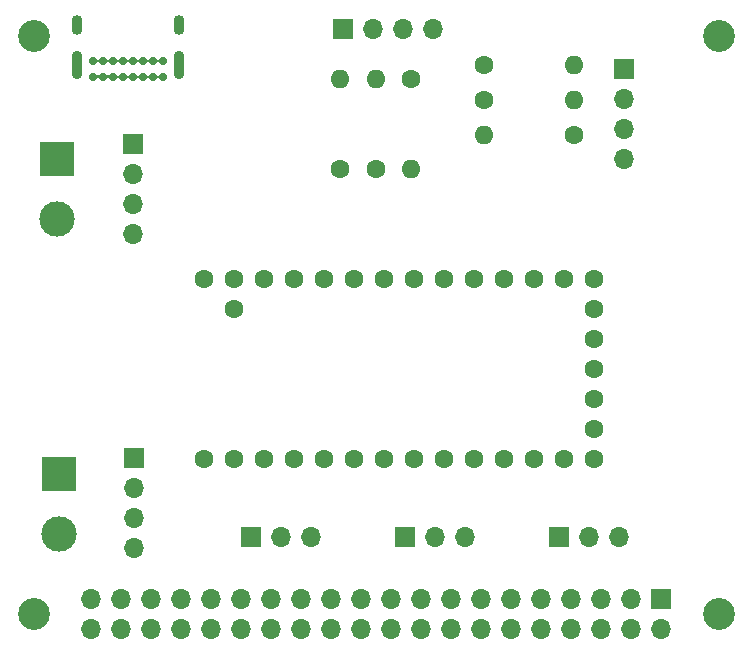
<source format=gbs>
G04 #@! TF.GenerationSoftware,KiCad,Pcbnew,(6.0.4)*
G04 #@! TF.CreationDate,2022-04-28T11:38:27-07:00*
G04 #@! TF.ProjectId,Lec18-PCB_kicad,4c656331-382d-4504-9342-5f6b69636164,rev?*
G04 #@! TF.SameCoordinates,Original*
G04 #@! TF.FileFunction,Soldermask,Bot*
G04 #@! TF.FilePolarity,Negative*
%FSLAX46Y46*%
G04 Gerber Fmt 4.6, Leading zero omitted, Abs format (unit mm)*
G04 Created by KiCad (PCBNEW (6.0.4)) date 2022-04-28 11:38:27*
%MOMM*%
%LPD*%
G01*
G04 APERTURE LIST*
%ADD10C,2.700000*%
%ADD11R,1.700000X1.700000*%
%ADD12O,1.700000X1.700000*%
%ADD13C,1.600000*%
%ADD14O,1.600000X1.600000*%
%ADD15C,0.700000*%
%ADD16O,0.900000X2.400000*%
%ADD17O,0.900000X1.700000*%
%ADD18R,3.000000X3.000000*%
%ADD19C,3.000000*%
G04 APERTURE END LIST*
D10*
X94050000Y-45550000D03*
X152050000Y-45550000D03*
X152050000Y-94550000D03*
X94050000Y-94550000D03*
D11*
X112475000Y-87975000D03*
D12*
X115015000Y-87975000D03*
X117555000Y-87975000D03*
D11*
X102535155Y-81273009D03*
D12*
X102535155Y-83813009D03*
X102535155Y-86353009D03*
X102535155Y-88893009D03*
D13*
X132190000Y-48000000D03*
D14*
X139810000Y-48000000D03*
D13*
X120000000Y-56810000D03*
D14*
X120000000Y-49190000D03*
D11*
X120200000Y-45000000D03*
D12*
X122740000Y-45000000D03*
X125280000Y-45000000D03*
X127820000Y-45000000D03*
D11*
X144025000Y-48400000D03*
D12*
X144025000Y-50940000D03*
X144025000Y-53480000D03*
X144025000Y-56020000D03*
D13*
X132190000Y-51000000D03*
D14*
X139810000Y-51000000D03*
D13*
X123000000Y-56810000D03*
D14*
X123000000Y-49190000D03*
D13*
X126000000Y-49190000D03*
D14*
X126000000Y-56810000D03*
D15*
X104975000Y-49025000D03*
X104125000Y-49025000D03*
X103275000Y-49025000D03*
X102425000Y-49025000D03*
X101575000Y-49025000D03*
X100725000Y-49025000D03*
X99875000Y-49025000D03*
X99025000Y-49025000D03*
X99025000Y-47675000D03*
X99875000Y-47675000D03*
X100725000Y-47675000D03*
X101575000Y-47675000D03*
X102425000Y-47675000D03*
X103275000Y-47675000D03*
X104125000Y-47675000D03*
X104975000Y-47675000D03*
D16*
X97675000Y-48045000D03*
X106325000Y-48045000D03*
D17*
X97675000Y-44665000D03*
X106325000Y-44665000D03*
D11*
X138475000Y-87975000D03*
D12*
X141015000Y-87975000D03*
X143555000Y-87975000D03*
D18*
X96150682Y-82627673D03*
D19*
X96150682Y-87707673D03*
D11*
X102424592Y-54743501D03*
D12*
X102424592Y-57283501D03*
X102424592Y-59823501D03*
X102424592Y-62363501D03*
D11*
X125475000Y-87975000D03*
D12*
X128015000Y-87975000D03*
X130555000Y-87975000D03*
D18*
X96000000Y-56000000D03*
D19*
X96000000Y-61080000D03*
D13*
X108490000Y-81420000D03*
X111030000Y-81420000D03*
X113570000Y-81420000D03*
X116110000Y-81420000D03*
X118650000Y-81420000D03*
X121190000Y-81420000D03*
X123730000Y-81420000D03*
X126270000Y-81420000D03*
X128810000Y-81420000D03*
X131350000Y-81420000D03*
X133890000Y-81420000D03*
X136430000Y-81420000D03*
X138970000Y-81420000D03*
X141510000Y-81420000D03*
X141510000Y-78880000D03*
X141510000Y-76340000D03*
X141510000Y-73800000D03*
X141510000Y-71260000D03*
X141510000Y-68720000D03*
X141510000Y-66180000D03*
X138970000Y-66180000D03*
X136430000Y-66180000D03*
X133890000Y-66180000D03*
X131350000Y-66180000D03*
X128810000Y-66180000D03*
X126270000Y-66180000D03*
X123730000Y-66180000D03*
X121190000Y-66180000D03*
X118650000Y-66180000D03*
X116110000Y-66180000D03*
X113570000Y-66180000D03*
X111030000Y-66180000D03*
X108490000Y-66180000D03*
X111030000Y-68720000D03*
X139810000Y-54000000D03*
D14*
X132190000Y-54000000D03*
D11*
X147180000Y-93280000D03*
D12*
X147180000Y-95820000D03*
X144640000Y-93280000D03*
X144640000Y-95820000D03*
X142100000Y-93280000D03*
X142100000Y-95820000D03*
X139560000Y-93280000D03*
X139560000Y-95820000D03*
X137020000Y-93280000D03*
X137020000Y-95820000D03*
X134480000Y-93280000D03*
X134480000Y-95820000D03*
X131940000Y-93280000D03*
X131940000Y-95820000D03*
X129400000Y-93280000D03*
X129400000Y-95820000D03*
X126860000Y-93280000D03*
X126860000Y-95820000D03*
X124320000Y-93280000D03*
X124320000Y-95820000D03*
X121780000Y-93280000D03*
X121780000Y-95820000D03*
X119240000Y-93280000D03*
X119240000Y-95820000D03*
X116700000Y-93280000D03*
X116700000Y-95820000D03*
X114160000Y-93280000D03*
X114160000Y-95820000D03*
X111620000Y-93280000D03*
X111620000Y-95820000D03*
X109080000Y-93280000D03*
X109080000Y-95820000D03*
X106540000Y-93280000D03*
X106540000Y-95820000D03*
X104000000Y-93280000D03*
X104000000Y-95820000D03*
X101460000Y-93280000D03*
X101460000Y-95820000D03*
X98920000Y-93280000D03*
X98920000Y-95820000D03*
G36*
X104439142Y-48875810D02*
G01*
X104483406Y-48927065D01*
X104549827Y-48946688D01*
X104616316Y-48927284D01*
X104660019Y-48877465D01*
X104661912Y-48876822D01*
X104663416Y-48878141D01*
X104663304Y-48879692D01*
X104644055Y-48917471D01*
X104627025Y-49025000D01*
X104644055Y-49132529D01*
X104665254Y-49174135D01*
X104665149Y-49176132D01*
X104663367Y-49177040D01*
X104661942Y-49176332D01*
X104617790Y-49123922D01*
X104551617Y-49103489D01*
X104484893Y-49122078D01*
X104440559Y-49171386D01*
X104438658Y-49172006D01*
X104437170Y-49170668D01*
X104437290Y-49169141D01*
X104455945Y-49132529D01*
X104472975Y-49025000D01*
X104455945Y-48917471D01*
X104435846Y-48878025D01*
X104435951Y-48876028D01*
X104437733Y-48875120D01*
X104439142Y-48875810D01*
G37*
G36*
X101039142Y-48875810D02*
G01*
X101083406Y-48927065D01*
X101149827Y-48946688D01*
X101216316Y-48927284D01*
X101260019Y-48877465D01*
X101261912Y-48876822D01*
X101263416Y-48878141D01*
X101263304Y-48879692D01*
X101244055Y-48917471D01*
X101227025Y-49025000D01*
X101244055Y-49132529D01*
X101265254Y-49174135D01*
X101265149Y-49176132D01*
X101263367Y-49177040D01*
X101261942Y-49176332D01*
X101217790Y-49123922D01*
X101151617Y-49103489D01*
X101084893Y-49122078D01*
X101040559Y-49171386D01*
X101038658Y-49172006D01*
X101037170Y-49170668D01*
X101037290Y-49169141D01*
X101055945Y-49132529D01*
X101072975Y-49025000D01*
X101055945Y-48917471D01*
X101035846Y-48878025D01*
X101035951Y-48876028D01*
X101037733Y-48875120D01*
X101039142Y-48875810D01*
G37*
G36*
X101889142Y-48875810D02*
G01*
X101933406Y-48927065D01*
X101999827Y-48946688D01*
X102066316Y-48927284D01*
X102110019Y-48877465D01*
X102111912Y-48876822D01*
X102113416Y-48878141D01*
X102113304Y-48879692D01*
X102094055Y-48917471D01*
X102077025Y-49025000D01*
X102094055Y-49132529D01*
X102115254Y-49174135D01*
X102115149Y-49176132D01*
X102113367Y-49177040D01*
X102111942Y-49176332D01*
X102067790Y-49123922D01*
X102001617Y-49103489D01*
X101934893Y-49122078D01*
X101890559Y-49171386D01*
X101888658Y-49172006D01*
X101887170Y-49170668D01*
X101887290Y-49169141D01*
X101905945Y-49132529D01*
X101922975Y-49025000D01*
X101905945Y-48917471D01*
X101885846Y-48878025D01*
X101885951Y-48876028D01*
X101887733Y-48875120D01*
X101889142Y-48875810D01*
G37*
G36*
X99339142Y-48875810D02*
G01*
X99383406Y-48927065D01*
X99449827Y-48946688D01*
X99516316Y-48927284D01*
X99560019Y-48877465D01*
X99561912Y-48876822D01*
X99563416Y-48878141D01*
X99563304Y-48879692D01*
X99544055Y-48917471D01*
X99527025Y-49025000D01*
X99544055Y-49132529D01*
X99565254Y-49174135D01*
X99565149Y-49176132D01*
X99563367Y-49177040D01*
X99561942Y-49176332D01*
X99517790Y-49123922D01*
X99451617Y-49103489D01*
X99384893Y-49122078D01*
X99340559Y-49171386D01*
X99338658Y-49172006D01*
X99337170Y-49170668D01*
X99337290Y-49169141D01*
X99355945Y-49132529D01*
X99372975Y-49025000D01*
X99355945Y-48917471D01*
X99335846Y-48878025D01*
X99335951Y-48876028D01*
X99337733Y-48875120D01*
X99339142Y-48875810D01*
G37*
G36*
X100189142Y-48875810D02*
G01*
X100233406Y-48927065D01*
X100299827Y-48946688D01*
X100366316Y-48927284D01*
X100410019Y-48877465D01*
X100411912Y-48876822D01*
X100413416Y-48878141D01*
X100413304Y-48879692D01*
X100394055Y-48917471D01*
X100377025Y-49025000D01*
X100394055Y-49132529D01*
X100415254Y-49174135D01*
X100415149Y-49176132D01*
X100413367Y-49177040D01*
X100411942Y-49176332D01*
X100367790Y-49123922D01*
X100301617Y-49103489D01*
X100234893Y-49122078D01*
X100190559Y-49171386D01*
X100188658Y-49172006D01*
X100187170Y-49170668D01*
X100187290Y-49169141D01*
X100205945Y-49132529D01*
X100222975Y-49025000D01*
X100205945Y-48917471D01*
X100185846Y-48878025D01*
X100185951Y-48876028D01*
X100187733Y-48875120D01*
X100189142Y-48875810D01*
G37*
G36*
X103589142Y-48875810D02*
G01*
X103633406Y-48927065D01*
X103699827Y-48946688D01*
X103766316Y-48927284D01*
X103810019Y-48877465D01*
X103811912Y-48876822D01*
X103813416Y-48878141D01*
X103813304Y-48879692D01*
X103794055Y-48917471D01*
X103777025Y-49025000D01*
X103794055Y-49132529D01*
X103815254Y-49174135D01*
X103815149Y-49176132D01*
X103813367Y-49177040D01*
X103811942Y-49176332D01*
X103767790Y-49123922D01*
X103701617Y-49103489D01*
X103634893Y-49122078D01*
X103590559Y-49171386D01*
X103588658Y-49172006D01*
X103587170Y-49170668D01*
X103587290Y-49169141D01*
X103605945Y-49132529D01*
X103622975Y-49025000D01*
X103605945Y-48917471D01*
X103585846Y-48878025D01*
X103585951Y-48876028D01*
X103587733Y-48875120D01*
X103589142Y-48875810D01*
G37*
G36*
X102739142Y-48875810D02*
G01*
X102783406Y-48927065D01*
X102849827Y-48946688D01*
X102916316Y-48927284D01*
X102960019Y-48877465D01*
X102961912Y-48876822D01*
X102963416Y-48878141D01*
X102963304Y-48879692D01*
X102944055Y-48917471D01*
X102927025Y-49025000D01*
X102944055Y-49132529D01*
X102965254Y-49174135D01*
X102965149Y-49176132D01*
X102963367Y-49177040D01*
X102961942Y-49176332D01*
X102917790Y-49123922D01*
X102851617Y-49103489D01*
X102784893Y-49122078D01*
X102740559Y-49171386D01*
X102738658Y-49172006D01*
X102737170Y-49170668D01*
X102737290Y-49169141D01*
X102755945Y-49132529D01*
X102772975Y-49025000D01*
X102755945Y-48917471D01*
X102735846Y-48878025D01*
X102735951Y-48876028D01*
X102737733Y-48875120D01*
X102739142Y-48875810D01*
G37*
G36*
X101039142Y-47525810D02*
G01*
X101083406Y-47577065D01*
X101149827Y-47596688D01*
X101216316Y-47577284D01*
X101260019Y-47527465D01*
X101261912Y-47526822D01*
X101263416Y-47528141D01*
X101263304Y-47529692D01*
X101244055Y-47567471D01*
X101227025Y-47675000D01*
X101244055Y-47782529D01*
X101265254Y-47824135D01*
X101265149Y-47826132D01*
X101263367Y-47827040D01*
X101261942Y-47826332D01*
X101217790Y-47773922D01*
X101151617Y-47753489D01*
X101084893Y-47772078D01*
X101040559Y-47821386D01*
X101038658Y-47822006D01*
X101037170Y-47820668D01*
X101037290Y-47819141D01*
X101055945Y-47782529D01*
X101072975Y-47675000D01*
X101055945Y-47567471D01*
X101035846Y-47528025D01*
X101035951Y-47526028D01*
X101037733Y-47525120D01*
X101039142Y-47525810D01*
G37*
G36*
X104439142Y-47525810D02*
G01*
X104483406Y-47577065D01*
X104549827Y-47596688D01*
X104616316Y-47577284D01*
X104660019Y-47527465D01*
X104661912Y-47526822D01*
X104663416Y-47528141D01*
X104663304Y-47529692D01*
X104644055Y-47567471D01*
X104627025Y-47675000D01*
X104644055Y-47782529D01*
X104665254Y-47824135D01*
X104665149Y-47826132D01*
X104663367Y-47827040D01*
X104661942Y-47826332D01*
X104617790Y-47773922D01*
X104551617Y-47753489D01*
X104484893Y-47772078D01*
X104440559Y-47821386D01*
X104438658Y-47822006D01*
X104437170Y-47820668D01*
X104437290Y-47819141D01*
X104455945Y-47782529D01*
X104472975Y-47675000D01*
X104455945Y-47567471D01*
X104435846Y-47528025D01*
X104435951Y-47526028D01*
X104437733Y-47525120D01*
X104439142Y-47525810D01*
G37*
G36*
X100189142Y-47525810D02*
G01*
X100233406Y-47577065D01*
X100299827Y-47596688D01*
X100366316Y-47577284D01*
X100410019Y-47527465D01*
X100411912Y-47526822D01*
X100413416Y-47528141D01*
X100413304Y-47529692D01*
X100394055Y-47567471D01*
X100377025Y-47675000D01*
X100394055Y-47782529D01*
X100415254Y-47824135D01*
X100415149Y-47826132D01*
X100413367Y-47827040D01*
X100411942Y-47826332D01*
X100367790Y-47773922D01*
X100301617Y-47753489D01*
X100234893Y-47772078D01*
X100190559Y-47821386D01*
X100188658Y-47822006D01*
X100187170Y-47820668D01*
X100187290Y-47819141D01*
X100205945Y-47782529D01*
X100222975Y-47675000D01*
X100205945Y-47567471D01*
X100185846Y-47528025D01*
X100185951Y-47526028D01*
X100187733Y-47525120D01*
X100189142Y-47525810D01*
G37*
G36*
X101889142Y-47525810D02*
G01*
X101933406Y-47577065D01*
X101999827Y-47596688D01*
X102066316Y-47577284D01*
X102110019Y-47527465D01*
X102111912Y-47526822D01*
X102113416Y-47528141D01*
X102113304Y-47529692D01*
X102094055Y-47567471D01*
X102077025Y-47675000D01*
X102094055Y-47782529D01*
X102115254Y-47824135D01*
X102115149Y-47826132D01*
X102113367Y-47827040D01*
X102111942Y-47826332D01*
X102067790Y-47773922D01*
X102001617Y-47753489D01*
X101934893Y-47772078D01*
X101890559Y-47821386D01*
X101888658Y-47822006D01*
X101887170Y-47820668D01*
X101887290Y-47819141D01*
X101905945Y-47782529D01*
X101922975Y-47675000D01*
X101905945Y-47567471D01*
X101885846Y-47528025D01*
X101885951Y-47526028D01*
X101887733Y-47525120D01*
X101889142Y-47525810D01*
G37*
G36*
X102739142Y-47525810D02*
G01*
X102783406Y-47577065D01*
X102849827Y-47596688D01*
X102916316Y-47577284D01*
X102960019Y-47527465D01*
X102961912Y-47526822D01*
X102963416Y-47528141D01*
X102963304Y-47529692D01*
X102944055Y-47567471D01*
X102927025Y-47675000D01*
X102944055Y-47782529D01*
X102965254Y-47824135D01*
X102965149Y-47826132D01*
X102963367Y-47827040D01*
X102961942Y-47826332D01*
X102917790Y-47773922D01*
X102851617Y-47753489D01*
X102784893Y-47772078D01*
X102740559Y-47821386D01*
X102738658Y-47822006D01*
X102737170Y-47820668D01*
X102737290Y-47819141D01*
X102755945Y-47782529D01*
X102772975Y-47675000D01*
X102755945Y-47567471D01*
X102735846Y-47528025D01*
X102735951Y-47526028D01*
X102737733Y-47525120D01*
X102739142Y-47525810D01*
G37*
G36*
X103589142Y-47525810D02*
G01*
X103633406Y-47577065D01*
X103699827Y-47596688D01*
X103766316Y-47577284D01*
X103810019Y-47527465D01*
X103811912Y-47526822D01*
X103813416Y-47528141D01*
X103813304Y-47529692D01*
X103794055Y-47567471D01*
X103777025Y-47675000D01*
X103794055Y-47782529D01*
X103815254Y-47824135D01*
X103815149Y-47826132D01*
X103813367Y-47827040D01*
X103811942Y-47826332D01*
X103767790Y-47773922D01*
X103701617Y-47753489D01*
X103634893Y-47772078D01*
X103590559Y-47821386D01*
X103588658Y-47822006D01*
X103587170Y-47820668D01*
X103587290Y-47819141D01*
X103605945Y-47782529D01*
X103622975Y-47675000D01*
X103605945Y-47567471D01*
X103585846Y-47528025D01*
X103585951Y-47526028D01*
X103587733Y-47525120D01*
X103589142Y-47525810D01*
G37*
G36*
X99339142Y-47525810D02*
G01*
X99383406Y-47577065D01*
X99449827Y-47596688D01*
X99516316Y-47577284D01*
X99560019Y-47527465D01*
X99561912Y-47526822D01*
X99563416Y-47528141D01*
X99563304Y-47529692D01*
X99544055Y-47567471D01*
X99527025Y-47675000D01*
X99544055Y-47782529D01*
X99565254Y-47824135D01*
X99565149Y-47826132D01*
X99563367Y-47827040D01*
X99561942Y-47826332D01*
X99517790Y-47773922D01*
X99451617Y-47753489D01*
X99384893Y-47772078D01*
X99340559Y-47821386D01*
X99338658Y-47822006D01*
X99337170Y-47820668D01*
X99337290Y-47819141D01*
X99355945Y-47782529D01*
X99372975Y-47675000D01*
X99355945Y-47567471D01*
X99335846Y-47528025D01*
X99335951Y-47526028D01*
X99337733Y-47525120D01*
X99339142Y-47525810D01*
G37*
M02*

</source>
